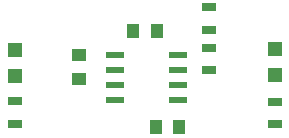
<source format=gbr>
G04 #@! TF.GenerationSoftware,KiCad,Pcbnew,(5.0.0)*
G04 #@! TF.CreationDate,2018-09-15T12:16:20+02:00*
G04 #@! TF.ProjectId,Blinky,426C696E6B792E6B696361645F706362,rev?*
G04 #@! TF.SameCoordinates,Original*
G04 #@! TF.FileFunction,Paste,Top*
G04 #@! TF.FilePolarity,Positive*
%FSLAX46Y46*%
G04 Gerber Fmt 4.6, Leading zero omitted, Abs format (unit mm)*
G04 Created by KiCad (PCBNEW (5.0.0)) date 09/15/18 12:16:20*
%MOMM*%
%LPD*%
G01*
G04 APERTURE LIST*
%ADD10R,1.000000X1.250000*%
%ADD11R,1.200000X1.200000*%
%ADD12R,1.300000X0.700000*%
%ADD13R,1.550000X0.600000*%
%ADD14R,1.250000X1.000000*%
G04 APERTURE END LIST*
D10*
G04 #@! TO.C,C1*
X70374000Y-93726000D03*
X72374000Y-93726000D03*
G04 #@! TD*
G04 #@! TO.C,C2*
X70469000Y-85598000D03*
X68469000Y-85598000D03*
G04 #@! TD*
D11*
G04 #@! TO.C,D1*
X80455000Y-87107000D03*
X80455000Y-89307000D03*
G04 #@! TD*
G04 #@! TO.C,D2*
X58420000Y-89365000D03*
X58420000Y-87165000D03*
G04 #@! TD*
D12*
G04 #@! TO.C,R1*
X74861000Y-85469000D03*
X74861000Y-83569000D03*
G04 #@! TD*
G04 #@! TO.C,R2*
X80455001Y-91575000D03*
X80455001Y-93475000D03*
G04 #@! TD*
G04 #@! TO.C,R3*
X74861000Y-86998000D03*
X74861000Y-88898000D03*
G04 #@! TD*
G04 #@! TO.C,R4*
X58420000Y-93406000D03*
X58420000Y-91506000D03*
G04 #@! TD*
D13*
G04 #@! TO.C,U1*
X72296000Y-87630000D03*
X72296000Y-88900000D03*
X72296000Y-90170000D03*
X72296000Y-91440000D03*
X66896000Y-91440000D03*
X66896000Y-90170000D03*
X66896000Y-88900000D03*
X66896000Y-87630000D03*
G04 #@! TD*
D14*
G04 #@! TO.C,C3*
X63875000Y-87625000D03*
X63875000Y-89625000D03*
G04 #@! TD*
M02*

</source>
